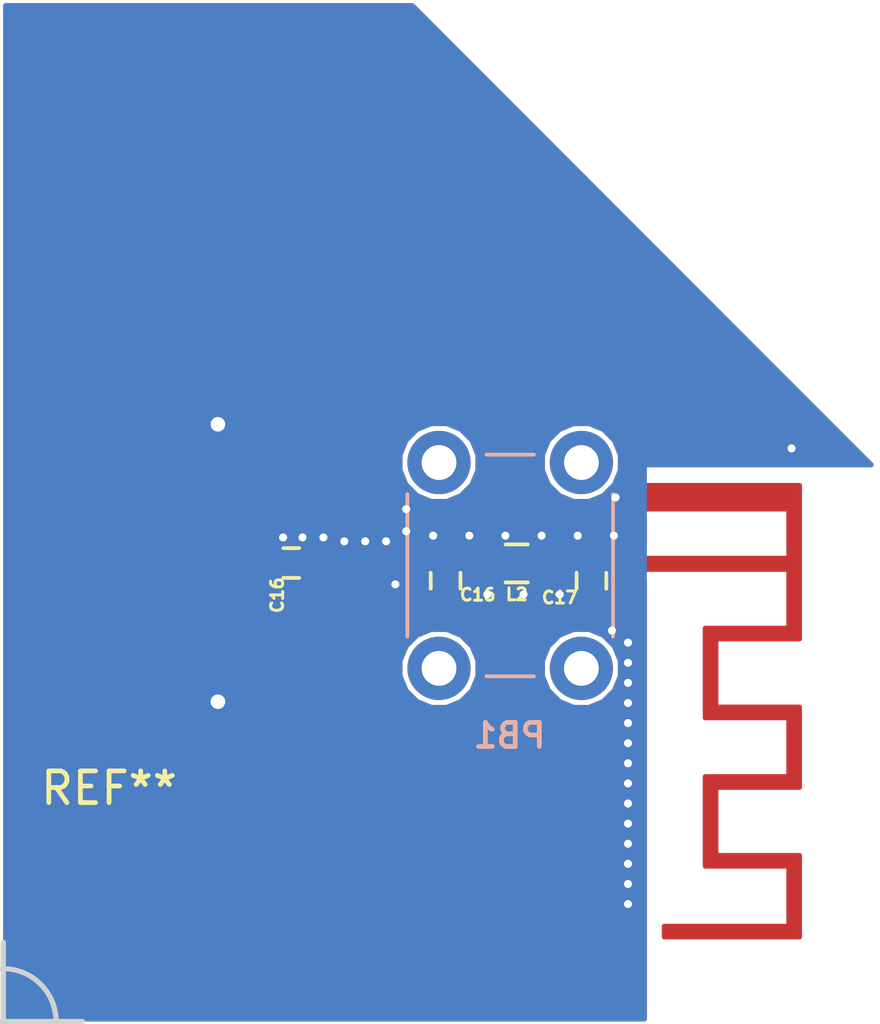
<source format=kicad_pcb>
(kicad_pcb (version 4) (host pcbnew 4.0.5)

  (general
    (links 51)
    (no_connects 0)
    (area 110.678399 86.234599 159.291157 129.077857)
    (thickness 1.6)
    (drawings 10)
    (tracks 14)
    (zones 0)
    (modules 41)
    (nets 4)
  )

  (page A4)
  (layers
    (0 F.Cu signal hide)
    (31 B.Cu signal)
    (32 B.Adhes user hide)
    (33 F.Adhes user hide)
    (34 B.Paste user hide)
    (35 F.Paste user hide)
    (36 B.SilkS user hide)
    (37 F.SilkS user hide)
    (38 B.Mask user hide)
    (39 F.Mask user hide)
    (40 Dwgs.User user hide)
    (41 Cmts.User user hide)
    (42 Eco1.User user hide)
    (43 Eco2.User user hide)
    (44 Edge.Cuts user hide)
    (45 Margin user)
    (46 B.CrtYd user hide)
    (47 F.CrtYd user hide)
    (48 B.Fab user hide)
    (49 F.Fab user hide)
  )

  (setup
    (last_trace_width 0.254)
    (user_trace_width 0.254)
    (user_trace_width 0.508)
    (user_trace_width 0.5588)
    (user_trace_width 1.016)
    (user_trace_width 1.27)
    (user_trace_width 2.286)
    (trace_clearance 0.1524)
    (zone_clearance 0.1524)
    (zone_45_only yes)
    (trace_min 0.1524)
    (segment_width 0.2)
    (edge_width 0.15)
    (via_size 0.5588)
    (via_drill 0.254)
    (via_min_size 0.254)
    (via_min_drill 0.1016)
    (user_via 0.5588 0.254)
    (user_via 1.016 0.762)
    (uvia_size 0.3)
    (uvia_drill 0.1)
    (uvias_allowed no)
    (uvia_min_size 0.2)
    (uvia_min_drill 0.1)
    (pcb_text_width 0.3)
    (pcb_text_size 1.5 1.5)
    (mod_edge_width 0.15)
    (mod_text_size 1 1)
    (mod_text_width 0.15)
    (pad_size 0.97 0.97)
    (pad_drill 0.46)
    (pad_to_mask_clearance 0.0762)
    (aux_axis_origin 120.0785 118.491)
    (grid_origin 120.0785 118.491)
    (visible_elements 7FFEFF7F)
    (pcbplotparams
      (layerselection 0x02000_80000001)
      (usegerberextensions false)
      (excludeedgelayer true)
      (linewidth 0.100000)
      (plotframeref false)
      (viasonmask false)
      (mode 1)
      (useauxorigin true)
      (hpglpennumber 1)
      (hpglpenspeed 20)
      (hpglpendiameter 15)
      (hpglpenoverlay 2)
      (psnegative false)
      (psa4output false)
      (plotreference true)
      (plotvalue true)
      (plotinvisibletext false)
      (padsonsilk false)
      (subtractmaskfromsilk false)
      (outputformat 1)
      (mirror false)
      (drillshape 0)
      (scaleselection 1)
      (outputdirectory ART/))
  )

  (net 0 "")
  (net 1 GND)
  (net 2 "Net-(BT1-Pad1)")
  (net 3 "Net-(C16-Pad1)")

  (net_class Default "This is the default net class."
    (clearance 0.1524)
    (trace_width 0.254)
    (via_dia 0.5588)
    (via_drill 0.254)
    (uvia_dia 0.3)
    (uvia_drill 0.1)
    (add_net GND)
    (add_net "Net-(BT1-Pad1)")
    (add_net "Net-(C16-Pad1)")
  )

  (module Capacitors_SMD:C_0402 (layer F.Cu) (tedit 598D0D38) (tstamp 598D0C47)
    (at 129.1844 104.013 180)
    (descr "Capacitor SMD 0402, reflow soldering, AVX (see smccp.pdf)")
    (tags "capacitor 0402")
    (path /59069155/590E3E96)
    (attr smd)
    (fp_text reference C16 (at 0.4445 -1.016 270) (layer F.SilkS)
      (effects (font (size 0.381 0.381) (thickness 0.09525)))
    )
    (fp_text value TBD (at 0 1.27 180) (layer F.Fab)
      (effects (font (size 1 1) (thickness 0.15)))
    )
    (fp_text user %R (at 0.0254 0.0127 180) (layer F.Fab)
      (effects (font (size 0.381 0.381) (thickness 0.09525)))
    )
    (fp_line (start -0.5 0.25) (end -0.5 -0.25) (layer F.Fab) (width 0.1))
    (fp_line (start 0.5 0.25) (end -0.5 0.25) (layer F.Fab) (width 0.1))
    (fp_line (start 0.5 -0.25) (end 0.5 0.25) (layer F.Fab) (width 0.1))
    (fp_line (start -0.5 -0.25) (end 0.5 -0.25) (layer F.Fab) (width 0.1))
    (fp_line (start 0.25 -0.47) (end -0.25 -0.47) (layer F.SilkS) (width 0.12))
    (fp_line (start -0.25 0.47) (end 0.25 0.47) (layer F.SilkS) (width 0.12))
    (fp_line (start -1 -0.4) (end 1 -0.4) (layer F.CrtYd) (width 0.05))
    (fp_line (start -1 -0.4) (end -1 0.4) (layer F.CrtYd) (width 0.05))
    (fp_line (start 1 0.4) (end 1 -0.4) (layer F.CrtYd) (width 0.05))
    (fp_line (start 1 0.4) (end -1 0.4) (layer F.CrtYd) (width 0.05))
    (pad 1 smd rect (at -0.55 0 180) (size 0.6 0.5) (layers F.Cu F.Paste F.Mask)
      (net 3 "Net-(C16-Pad1)"))
    (pad 2 smd rect (at 0.55 0 180) (size 0.6 0.5) (layers F.Cu F.Paste F.Mask)
      (net 2 "Net-(BT1-Pad1)"))
    (model Capacitors_SMD.3dshapes/C_0402.wrl
      (at (xyz 0 0 0))
      (scale (xyz 1 1 1))
      (rotate (xyz 0 0 0))
    )
  )

  (module Miscellaneous:Via_Stitch_Dia0.356mm_Drill0.254mm (layer F.Cu) (tedit 58ED5CAC) (tstamp 590F8C84)
    (at 130.8608 103.3272)
    (fp_text reference REF** (at 0 0.889) (layer F.SilkS) hide
      (effects (font (size 1 1) (thickness 0.15)))
    )
    (fp_text value Via_Stitch_Dia0.356mm_Drill0.254mm (at 0 -0.889) (layer F.Fab)
      (effects (font (size 1 1) (thickness 0.15)))
    )
    (pad 1 thru_hole circle (at 0 0) (size 0.356 0.356) (drill 0.254) (layers *.Cu)
      (net 1 GND) (zone_connect 2))
  )

  (module Miscellaneous:Via_Stitch_Dia0.356mm_Drill0.254mm (layer B.Cu) (tedit 58ED5CAC) (tstamp 5903A440)
    (at 131.5212 103.3272)
    (fp_text reference REF** (at 0 -0.889) (layer B.SilkS) hide
      (effects (font (size 1 1) (thickness 0.15)) (justify mirror))
    )
    (fp_text value Via_Stitch_Dia0.356mm_Drill0.254mm (at 0 0.889) (layer B.Fab)
      (effects (font (size 1 1) (thickness 0.15)) (justify mirror))
    )
    (pad 1 thru_hole circle (at 0 0) (size 0.356 0.356) (drill 0.254) (layers *.Cu)
      (net 1 GND) (zone_connect 2))
  )

  (module Miscellaneous:Via_Stitch_Dia0.356mm_Drill0.254mm (layer B.Cu) (tedit 58ED5CAC) (tstamp 5903A439)
    (at 130.2004 103.20528)
    (fp_text reference REF** (at 0 -0.889) (layer B.SilkS) hide
      (effects (font (size 1 1) (thickness 0.15)) (justify mirror))
    )
    (fp_text value Via_Stitch_Dia0.356mm_Drill0.254mm (at 0 0.889) (layer B.Fab)
      (effects (font (size 1 1) (thickness 0.15)) (justify mirror))
    )
    (pad 1 thru_hole circle (at 0 0) (size 0.356 0.356) (drill 0.254) (layers *.Cu)
      (net 1 GND) (zone_connect 2))
  )

  (module Miscellaneous:Via_Stitch_Dia0.356mm_Drill0.254mm (layer B.Cu) (tedit 58ED5CAC) (tstamp 5903A420)
    (at 128.92532 103.20528)
    (fp_text reference REF** (at 0 -0.889) (layer B.SilkS) hide
      (effects (font (size 1 1) (thickness 0.15)) (justify mirror))
    )
    (fp_text value Via_Stitch_Dia0.356mm_Drill0.254mm (at 0 0.889) (layer B.Fab)
      (effects (font (size 1 1) (thickness 0.15)) (justify mirror))
    )
    (pad 1 thru_hole circle (at 0 0) (size 0.356 0.356) (drill 0.254) (layers *.Cu)
      (net 1 GND) (zone_connect 2))
  )

  (module Miscellaneous:Via_Stitch_Dia0.356mm_Drill0.254mm (layer B.Cu) (tedit 58ED5CAC) (tstamp 5903A3B4)
    (at 129.54 103.20528)
    (fp_text reference REF** (at 0 -0.889) (layer B.SilkS) hide
      (effects (font (size 1 1) (thickness 0.15)) (justify mirror))
    )
    (fp_text value Via_Stitch_Dia0.356mm_Drill0.254mm (at 0 0.889) (layer B.Fab)
      (effects (font (size 1 1) (thickness 0.15)) (justify mirror))
    )
    (pad 1 thru_hole circle (at 0 0) (size 0.356 0.356) (drill 0.254) (layers *.Cu)
      (net 1 GND) (zone_connect 2))
  )

  (module Miscellaneous:Via_Stitch_Dia0.356mm_Drill0.254mm (layer B.Cu) (tedit 58ED5CAC) (tstamp 58ED6772)
    (at 132.1816 103.3272)
    (fp_text reference REF** (at 0 -0.889) (layer B.SilkS) hide
      (effects (font (size 1 1) (thickness 0.15)) (justify mirror))
    )
    (fp_text value Via_Stitch_Dia0.356mm_Drill0.254mm (at 0 0.889) (layer B.Fab)
      (effects (font (size 1 1) (thickness 0.15)) (justify mirror))
    )
    (pad 1 thru_hole circle (at 0 0) (size 0.356 0.356) (drill 0.254) (layers *.Cu)
      (net 1 GND) (zone_connect 2))
  )

  (module Miscellaneous:Via_Stitch_Dia0.356mm_Drill0.254mm (layer B.Cu) (tedit 58ED5CAC) (tstamp 596FF677)
    (at 144.9959 100.3935)
    (fp_text reference REF** (at 0 -0.889) (layer B.SilkS) hide
      (effects (font (size 1 1) (thickness 0.15)) (justify mirror))
    )
    (fp_text value Via_Stitch_Dia0.356mm_Drill0.254mm (at 0 0.889) (layer B.Fab)
      (effects (font (size 1 1) (thickness 0.15)) (justify mirror))
    )
    (pad 1 thru_hole circle (at 0 0) (size 0.356 0.356) (drill 0.254) (layers *.Cu)
      (net 1 GND) (zone_connect 2))
  )

  (module Miscellaneous:Via_Stitch_Dia0.356mm_Drill0.254mm (layer B.Cu) (tedit 58ED5CAC) (tstamp 596FF652)
    (at 137.668 105.0036)
    (fp_text reference REF** (at 0 -0.889) (layer B.SilkS) hide
      (effects (font (size 1 1) (thickness 0.15)) (justify mirror))
    )
    (fp_text value Via_Stitch_Dia0.356mm_Drill0.254mm (at 0 0.889) (layer B.Fab)
      (effects (font (size 1 1) (thickness 0.15)) (justify mirror))
    )
    (pad 1 thru_hole circle (at 0 0) (size 0.356 0.356) (drill 0.254) (layers *.Cu)
      (net 1 GND) (zone_connect 2))
  )

  (module Miscellaneous:Via_Stitch_Dia0.356mm_Drill0.254mm (layer B.Cu) (tedit 58ED5CAC) (tstamp 596FF643)
    (at 136.525 105.0036)
    (fp_text reference REF** (at 0 -0.889) (layer B.SilkS) hide
      (effects (font (size 1 1) (thickness 0.15)) (justify mirror))
    )
    (fp_text value Via_Stitch_Dia0.356mm_Drill0.254mm (at 0 0.889) (layer B.Fab)
      (effects (font (size 1 1) (thickness 0.15)) (justify mirror))
    )
    (pad 1 thru_hole circle (at 0 0) (size 0.356 0.356) (drill 0.254) (layers *.Cu)
      (net 1 GND) (zone_connect 2))
  )

  (module Miscellaneous:Via_Stitch_Dia0.356mm_Drill0.254mm (layer B.Cu) (tedit 58ED5CAC) (tstamp 596FF62F)
    (at 135.382 105.0036)
    (fp_text reference REF** (at 0 -0.889) (layer B.SilkS) hide
      (effects (font (size 1 1) (thickness 0.15)) (justify mirror))
    )
    (fp_text value Via_Stitch_Dia0.356mm_Drill0.254mm (at 0 0.889) (layer B.Fab)
      (effects (font (size 1 1) (thickness 0.15)) (justify mirror))
    )
    (pad 1 thru_hole circle (at 0 0) (size 0.356 0.356) (drill 0.254) (layers *.Cu)
      (net 1 GND) (zone_connect 2))
  )

  (module Miscellaneous:Via_Stitch_Dia0.356mm_Drill0.254mm (layer B.Cu) (tedit 58ED5CAC) (tstamp 596FEEE4)
    (at 138.2395 103.1494)
    (fp_text reference REF** (at 0 -0.889) (layer B.SilkS) hide
      (effects (font (size 1 1) (thickness 0.15)) (justify mirror))
    )
    (fp_text value Via_Stitch_Dia0.356mm_Drill0.254mm (at 0 0.889) (layer B.Fab)
      (effects (font (size 1 1) (thickness 0.15)) (justify mirror))
    )
    (pad 1 thru_hole circle (at 0 0) (size 0.356 0.356) (drill 0.254) (layers *.Cu)
      (net 1 GND) (zone_connect 2))
  )

  (module Miscellaneous:Via_Stitch_Dia0.356mm_Drill0.254mm (layer B.Cu) (tedit 58ED5CAC) (tstamp 596FEEA0)
    (at 139.4333 101.9429)
    (fp_text reference REF** (at 0 -0.889) (layer B.SilkS) hide
      (effects (font (size 1 1) (thickness 0.15)) (justify mirror))
    )
    (fp_text value Via_Stitch_Dia0.356mm_Drill0.254mm (at 0 0.889) (layer B.Fab)
      (effects (font (size 1 1) (thickness 0.15)) (justify mirror))
    )
    (pad 1 thru_hole circle (at 0 0) (size 0.356 0.356) (drill 0.254) (layers *.Cu)
      (net 1 GND) (zone_connect 2))
  )

  (module Miscellaneous:Via_Stitch_Dia0.356mm_Drill0.254mm (layer B.Cu) (tedit 58ED5CAC) (tstamp 590F8A88)
    (at 139.827 112.8776 90)
    (fp_text reference REF** (at 0 -0.889 90) (layer B.SilkS) hide
      (effects (font (size 1 1) (thickness 0.15)) (justify mirror))
    )
    (fp_text value Via_Stitch_Dia0.356mm_Drill0.254mm (at 0 0.889 90) (layer B.Fab)
      (effects (font (size 1 1) (thickness 0.15)) (justify mirror))
    )
    (pad 1 thru_hole circle (at 0 0 90) (size 0.356 0.356) (drill 0.254) (layers *.Cu)
      (net 1 GND) (zone_connect 2))
  )

  (module Miscellaneous:Via_Stitch_Dia0.356mm_Drill0.254mm (layer B.Cu) (tedit 58ED5CAC) (tstamp 590F8A84)
    (at 139.827 110.3376 90)
    (fp_text reference REF** (at 0 -0.889 90) (layer B.SilkS) hide
      (effects (font (size 1 1) (thickness 0.15)) (justify mirror))
    )
    (fp_text value Via_Stitch_Dia0.356mm_Drill0.254mm (at 0 0.889 90) (layer B.Fab)
      (effects (font (size 1 1) (thickness 0.15)) (justify mirror))
    )
    (pad 1 thru_hole circle (at 0 0 90) (size 0.356 0.356) (drill 0.254) (layers *.Cu)
      (net 1 GND) (zone_connect 2))
  )

  (module Miscellaneous:Via_Stitch_Dia0.356mm_Drill0.254mm (layer B.Cu) (tedit 58ED5CAC) (tstamp 590F8A80)
    (at 139.827 107.1626 90)
    (fp_text reference REF** (at 0 -0.889 90) (layer B.SilkS) hide
      (effects (font (size 1 1) (thickness 0.15)) (justify mirror))
    )
    (fp_text value Via_Stitch_Dia0.356mm_Drill0.254mm (at 0 0.889 90) (layer B.Fab)
      (effects (font (size 1 1) (thickness 0.15)) (justify mirror))
    )
    (pad 1 thru_hole circle (at 0 0 90) (size 0.356 0.356) (drill 0.254) (layers *.Cu)
      (net 1 GND) (zone_connect 2))
  )

  (module Miscellaneous:Via_Stitch_Dia0.356mm_Drill0.254mm (layer B.Cu) (tedit 58ED5CAC) (tstamp 590F8A7C)
    (at 139.827 106.5276 90)
    (fp_text reference REF** (at 0 -0.889 90) (layer B.SilkS) hide
      (effects (font (size 1 1) (thickness 0.15)) (justify mirror))
    )
    (fp_text value Via_Stitch_Dia0.356mm_Drill0.254mm (at 0 0.889 90) (layer B.Fab)
      (effects (font (size 1 1) (thickness 0.15)) (justify mirror))
    )
    (pad 1 thru_hole circle (at 0 0 90) (size 0.356 0.356) (drill 0.254) (layers *.Cu)
      (net 1 GND) (zone_connect 2))
  )

  (module Miscellaneous:Via_Stitch_Dia0.356mm_Drill0.254mm (layer B.Cu) (tedit 58ED5CAC) (tstamp 590F8A78)
    (at 139.827 109.7026 90)
    (fp_text reference REF** (at 0 -0.889 90) (layer B.SilkS) hide
      (effects (font (size 1 1) (thickness 0.15)) (justify mirror))
    )
    (fp_text value Via_Stitch_Dia0.356mm_Drill0.254mm (at 0 0.889 90) (layer B.Fab)
      (effects (font (size 1 1) (thickness 0.15)) (justify mirror))
    )
    (pad 1 thru_hole circle (at 0 0 90) (size 0.356 0.356) (drill 0.254) (layers *.Cu)
      (net 1 GND) (zone_connect 2))
  )

  (module Miscellaneous:Via_Stitch_Dia0.356mm_Drill0.254mm (layer B.Cu) (tedit 58ED5CAC) (tstamp 590F8A74)
    (at 139.827 111.6076 90)
    (fp_text reference REF** (at 0 -0.889 90) (layer B.SilkS) hide
      (effects (font (size 1 1) (thickness 0.15)) (justify mirror))
    )
    (fp_text value Via_Stitch_Dia0.356mm_Drill0.254mm (at 0 0.889 90) (layer B.Fab)
      (effects (font (size 1 1) (thickness 0.15)) (justify mirror))
    )
    (pad 1 thru_hole circle (at 0 0 90) (size 0.356 0.356) (drill 0.254) (layers *.Cu)
      (net 1 GND) (zone_connect 2))
  )

  (module Miscellaneous:Via_Stitch_Dia0.356mm_Drill0.254mm (layer B.Cu) (tedit 58ED5CAC) (tstamp 590F8A70)
    (at 139.827 112.2426 90)
    (fp_text reference REF** (at 0 -0.889 90) (layer B.SilkS) hide
      (effects (font (size 1 1) (thickness 0.15)) (justify mirror))
    )
    (fp_text value Via_Stitch_Dia0.356mm_Drill0.254mm (at 0 0.889 90) (layer B.Fab)
      (effects (font (size 1 1) (thickness 0.15)) (justify mirror))
    )
    (pad 1 thru_hole circle (at 0 0 90) (size 0.356 0.356) (drill 0.254) (layers *.Cu)
      (net 1 GND) (zone_connect 2))
  )

  (module Miscellaneous:Via_Stitch_Dia0.356mm_Drill0.254mm (layer B.Cu) (tedit 58ED5CAC) (tstamp 590F8A6C)
    (at 139.827 109.0676 90)
    (fp_text reference REF** (at 0 -0.889 90) (layer B.SilkS) hide
      (effects (font (size 1 1) (thickness 0.15)) (justify mirror))
    )
    (fp_text value Via_Stitch_Dia0.356mm_Drill0.254mm (at 0 0.889 90) (layer B.Fab)
      (effects (font (size 1 1) (thickness 0.15)) (justify mirror))
    )
    (pad 1 thru_hole circle (at 0 0 90) (size 0.356 0.356) (drill 0.254) (layers *.Cu)
      (net 1 GND) (zone_connect 2))
  )

  (module Miscellaneous:Via_Stitch_Dia0.356mm_Drill0.254mm (layer B.Cu) (tedit 58ED5CAC) (tstamp 590F8A64)
    (at 139.827 107.7976 90)
    (fp_text reference REF** (at 0 -0.889 90) (layer B.SilkS) hide
      (effects (font (size 1 1) (thickness 0.15)) (justify mirror))
    )
    (fp_text value Via_Stitch_Dia0.356mm_Drill0.254mm (at 0 0.889 90) (layer B.Fab)
      (effects (font (size 1 1) (thickness 0.15)) (justify mirror))
    )
    (pad 1 thru_hole circle (at 0 0 90) (size 0.356 0.356) (drill 0.254) (layers *.Cu)
      (net 1 GND) (zone_connect 2))
  )

  (module Miscellaneous:Via_Stitch_Dia0.356mm_Drill0.254mm (layer B.Cu) (tedit 58ED5CAC) (tstamp 590F8A60)
    (at 139.827 108.4326 90)
    (fp_text reference REF** (at 0 -0.889 90) (layer B.SilkS) hide
      (effects (font (size 1 1) (thickness 0.15)) (justify mirror))
    )
    (fp_text value Via_Stitch_Dia0.356mm_Drill0.254mm (at 0 0.889 90) (layer B.Fab)
      (effects (font (size 1 1) (thickness 0.15)) (justify mirror))
    )
    (pad 1 thru_hole circle (at 0 0 90) (size 0.356 0.356) (drill 0.254) (layers *.Cu)
      (net 1 GND) (zone_connect 2))
  )

  (module Miscellaneous:Via_Stitch_Dia0.356mm_Drill0.254mm (layer B.Cu) (tedit 58ED5CAC) (tstamp 590F8A5C)
    (at 139.827 110.9726 90)
    (fp_text reference REF** (at 0 -0.889 90) (layer B.SilkS) hide
      (effects (font (size 1 1) (thickness 0.15)) (justify mirror))
    )
    (fp_text value Via_Stitch_Dia0.356mm_Drill0.254mm (at 0 0.889 90) (layer B.Fab)
      (effects (font (size 1 1) (thickness 0.15)) (justify mirror))
    )
    (pad 1 thru_hole circle (at 0 0 90) (size 0.356 0.356) (drill 0.254) (layers *.Cu)
      (net 1 GND) (zone_connect 2))
  )

  (module Miscellaneous:Via_Stitch_Dia0.356mm_Drill0.254mm (layer B.Cu) (tedit 58ED5CAC) (tstamp 590F8A54)
    (at 139.827 114.1476 90)
    (fp_text reference REF** (at 0 -0.889 90) (layer B.SilkS) hide
      (effects (font (size 1 1) (thickness 0.15)) (justify mirror))
    )
    (fp_text value Via_Stitch_Dia0.356mm_Drill0.254mm (at 0 0.889 90) (layer B.Fab)
      (effects (font (size 1 1) (thickness 0.15)) (justify mirror))
    )
    (pad 1 thru_hole circle (at 0 0 90) (size 0.356 0.356) (drill 0.254) (layers *.Cu)
      (net 1 GND) (zone_connect 2))
  )

  (module Miscellaneous:Via_Stitch_Dia0.356mm_Drill0.254mm (layer B.Cu) (tedit 58ED5CAC) (tstamp 590F8A4C)
    (at 139.827 113.5126 90)
    (fp_text reference REF** (at 0 -0.889 90) (layer B.SilkS) hide
      (effects (font (size 1 1) (thickness 0.15)) (justify mirror))
    )
    (fp_text value Via_Stitch_Dia0.356mm_Drill0.254mm (at 0 0.889 90) (layer B.Fab)
      (effects (font (size 1 1) (thickness 0.15)) (justify mirror))
    )
    (pad 1 thru_hole circle (at 0 0 90) (size 0.356 0.356) (drill 0.254) (layers *.Cu)
      (net 1 GND) (zone_connect 2))
  )

  (module Miscellaneous:Via_Stitch_Dia0.356mm_Drill0.254mm (layer B.Cu) (tedit 58ED5CAC) (tstamp 590F8A24)
    (at 139.827 114.7826 90)
    (fp_text reference REF** (at 0 -0.889 90) (layer B.SilkS) hide
      (effects (font (size 1 1) (thickness 0.15)) (justify mirror))
    )
    (fp_text value Via_Stitch_Dia0.356mm_Drill0.254mm (at 0 0.889 90) (layer B.Fab)
      (effects (font (size 1 1) (thickness 0.15)) (justify mirror))
    )
    (pad 1 thru_hole circle (at 0 0 90) (size 0.356 0.356) (drill 0.254) (layers *.Cu)
      (net 1 GND) (zone_connect 2))
  )

  (module Miscellaneous:Via_Stitch_Dia0.356mm_Drill0.254mm (layer B.Cu) (tedit 58ED5CAC) (tstamp 590F8A14)
    (at 132.4737 104.6861 90)
    (fp_text reference REF** (at 0 -0.889 90) (layer B.SilkS) hide
      (effects (font (size 1 1) (thickness 0.15)) (justify mirror))
    )
    (fp_text value Via_Stitch_Dia0.356mm_Drill0.254mm (at 0 0.889 90) (layer B.Fab)
      (effects (font (size 1 1) (thickness 0.15)) (justify mirror))
    )
    (pad 1 thru_hole circle (at 0 0 90) (size 0.356 0.356) (drill 0.254) (layers *.Cu)
      (net 1 GND) (zone_connect 2))
  )

  (module Miscellaneous:Via_Stitch_Dia0.356mm_Drill0.254mm (layer B.Cu) (tedit 58ED5CAC) (tstamp 5903A6F6)
    (at 139.319 106.1466)
    (fp_text reference REF** (at 0 -0.889) (layer B.SilkS) hide
      (effects (font (size 1 1) (thickness 0.15)) (justify mirror))
    )
    (fp_text value Via_Stitch_Dia0.356mm_Drill0.254mm (at 0 0.889) (layer B.Fab)
      (effects (font (size 1 1) (thickness 0.15)) (justify mirror))
    )
    (pad 1 thru_hole circle (at 0 0) (size 0.356 0.356) (drill 0.254) (layers *.Cu)
      (net 1 GND) (zone_connect 2))
  )

  (module Miscellaneous:Via_Stitch_Dia0.356mm_Drill0.254mm (layer B.Cu) (tedit 58ED5CAC) (tstamp 5903A6C5)
    (at 132.8166 102.3112)
    (fp_text reference REF** (at 0 -0.889) (layer B.SilkS) hide
      (effects (font (size 1 1) (thickness 0.15)) (justify mirror))
    )
    (fp_text value Via_Stitch_Dia0.356mm_Drill0.254mm (at 0 0.889) (layer B.Fab)
      (effects (font (size 1 1) (thickness 0.15)) (justify mirror))
    )
    (pad 1 thru_hole circle (at 0 0) (size 0.356 0.356) (drill 0.254) (layers *.Cu)
      (net 1 GND) (zone_connect 2))
  )

  (module Miscellaneous:Via_Stitch_Dia0.356mm_Drill0.254mm (layer B.Cu) (tedit 58ED5CAC) (tstamp 5903A6A8)
    (at 137.0965 103.1494)
    (fp_text reference REF** (at 0 -0.889) (layer B.SilkS) hide
      (effects (font (size 1 1) (thickness 0.15)) (justify mirror))
    )
    (fp_text value Via_Stitch_Dia0.356mm_Drill0.254mm (at 0 0.889) (layer B.Fab)
      (effects (font (size 1 1) (thickness 0.15)) (justify mirror))
    )
    (pad 1 thru_hole circle (at 0 0) (size 0.356 0.356) (drill 0.254) (layers *.Cu)
      (net 1 GND) (zone_connect 2))
  )

  (module Miscellaneous:Via_Stitch_Dia0.356mm_Drill0.254mm (layer B.Cu) (tedit 58ED5CAC) (tstamp 5903A450)
    (at 139.3825 103.1494)
    (fp_text reference REF** (at 0 -0.889) (layer B.SilkS) hide
      (effects (font (size 1 1) (thickness 0.15)) (justify mirror))
    )
    (fp_text value Via_Stitch_Dia0.356mm_Drill0.254mm (at 0 0.889) (layer B.Fab)
      (effects (font (size 1 1) (thickness 0.15)) (justify mirror))
    )
    (pad 1 thru_hole circle (at 0 0) (size 0.356 0.356) (drill 0.254) (layers *.Cu)
      (net 1 GND) (zone_connect 2))
  )

  (module Miscellaneous:Via_Stitch_Dia0.356mm_Drill0.254mm (layer F.Cu) (tedit 58ED5CAC) (tstamp 58EEA19E)
    (at 134.8105 103.1494)
    (fp_text reference REF** (at 0 0.889) (layer F.SilkS) hide
      (effects (font (size 1 1) (thickness 0.15)))
    )
    (fp_text value Via_Stitch_Dia0.356mm_Drill0.254mm (at 0 -0.889) (layer F.Fab)
      (effects (font (size 1 1) (thickness 0.15)))
    )
    (pad 1 thru_hole circle (at 0 0) (size 0.356 0.356) (drill 0.254) (layers *.Cu)
      (net 1 GND) (zone_connect 2))
  )

  (module Miscellaneous:Via_Stitch_Dia0.356mm_Drill0.254mm (layer B.Cu) (tedit 58ED5CAC) (tstamp 58ED678C)
    (at 133.6675 103.1494)
    (fp_text reference REF** (at 0 -0.889) (layer B.SilkS) hide
      (effects (font (size 1 1) (thickness 0.15)) (justify mirror))
    )
    (fp_text value Via_Stitch_Dia0.356mm_Drill0.254mm (at 0 0.889) (layer B.Fab)
      (effects (font (size 1 1) (thickness 0.15)) (justify mirror))
    )
    (pad 1 thru_hole circle (at 0 0) (size 0.356 0.356) (drill 0.254) (layers *.Cu)
      (net 1 GND) (zone_connect 2))
  )

  (module Miscellaneous:Via_Stitch_Dia0.356mm_Drill0.254mm (layer B.Cu) (tedit 58ED5CAC) (tstamp 58ED6767)
    (at 132.8166 103.0097)
    (fp_text reference REF** (at 0 -0.889) (layer B.SilkS) hide
      (effects (font (size 1 1) (thickness 0.15)) (justify mirror))
    )
    (fp_text value Via_Stitch_Dia0.356mm_Drill0.254mm (at 0 0.889) (layer B.Fab)
      (effects (font (size 1 1) (thickness 0.15)) (justify mirror))
    )
    (pad 1 thru_hole circle (at 0 0) (size 0.356 0.356) (drill 0.254) (layers *.Cu)
      (net 1 GND) (zone_connect 2))
  )

  (module Miscellaneous:Via_Stitch_Dia0.356mm_Drill0.254mm (layer B.Cu) (tedit 58ED5CAC) (tstamp 58ED66BE)
    (at 135.9535 103.1494)
    (fp_text reference REF** (at 0 -0.889) (layer B.SilkS) hide
      (effects (font (size 1 1) (thickness 0.15)) (justify mirror))
    )
    (fp_text value Via_Stitch_Dia0.356mm_Drill0.254mm (at 0 0.889) (layer B.Fab)
      (effects (font (size 1 1) (thickness 0.15)) (justify mirror))
    )
    (pad 1 thru_hole circle (at 0 0) (size 0.356 0.356) (drill 0.254) (layers *.Cu)
      (net 1 GND) (zone_connect 2))
  )

  (module Capacitors_SMD:C_0402 (layer F.Cu) (tedit 59307BD6) (tstamp 59273895)
    (at 134.0612 104.5718 270)
    (descr "Capacitor SMD 0402, reflow soldering, AVX (see smccp.pdf)")
    (tags "capacitor 0402")
    (path /59069155/590E3E96)
    (attr smd)
    (fp_text reference C16 (at 0.4445 -1.016 360) (layer F.SilkS)
      (effects (font (size 0.381 0.381) (thickness 0.09525)))
    )
    (fp_text value TBD (at 0 1.27 270) (layer F.Fab)
      (effects (font (size 1 1) (thickness 0.15)))
    )
    (fp_text user %R (at 0.0254 0.0127 270) (layer F.Fab)
      (effects (font (size 0.381 0.381) (thickness 0.09525)))
    )
    (fp_line (start -0.5 0.25) (end -0.5 -0.25) (layer F.Fab) (width 0.1))
    (fp_line (start 0.5 0.25) (end -0.5 0.25) (layer F.Fab) (width 0.1))
    (fp_line (start 0.5 -0.25) (end 0.5 0.25) (layer F.Fab) (width 0.1))
    (fp_line (start -0.5 -0.25) (end 0.5 -0.25) (layer F.Fab) (width 0.1))
    (fp_line (start 0.25 -0.47) (end -0.25 -0.47) (layer F.SilkS) (width 0.12))
    (fp_line (start -0.25 0.47) (end 0.25 0.47) (layer F.SilkS) (width 0.12))
    (fp_line (start -1 -0.4) (end 1 -0.4) (layer F.CrtYd) (width 0.05))
    (fp_line (start -1 -0.4) (end -1 0.4) (layer F.CrtYd) (width 0.05))
    (fp_line (start 1 0.4) (end 1 -0.4) (layer F.CrtYd) (width 0.05))
    (fp_line (start 1 0.4) (end -1 0.4) (layer F.CrtYd) (width 0.05))
    (pad 1 smd rect (at -0.55 0 270) (size 0.6 0.5) (layers F.Cu F.Paste F.Mask)
      (net 3 "Net-(C16-Pad1)"))
    (pad 2 smd rect (at 0.55 0 270) (size 0.6 0.5) (layers F.Cu F.Paste F.Mask)
      (net 1 GND))
    (model Capacitors_SMD.3dshapes/C_0402.wrl
      (at (xyz 0 0 0))
      (scale (xyz 1 1 1))
      (rotate (xyz 0 0 0))
    )
  )

  (module Capacitors_SMD:C_0402 (layer F.Cu) (tedit 59351E4F) (tstamp 592738A6)
    (at 138.6713 104.5718 270)
    (descr "Capacitor SMD 0402, reflow soldering, AVX (see smccp.pdf)")
    (tags "capacitor 0402")
    (path /59069155/590E3EE4)
    (attr smd)
    (fp_text reference C17 (at 0.5334 1.0033 540) (layer F.SilkS)
      (effects (font (size 0.381 0.381) (thickness 0.09525)))
    )
    (fp_text value TBD (at 0 1.27 270) (layer F.Fab)
      (effects (font (size 1 1) (thickness 0.15)))
    )
    (fp_text user %R (at 0 0.0127 270) (layer F.Fab)
      (effects (font (size 0.381 0.381) (thickness 0.09525)))
    )
    (fp_line (start -0.5 0.25) (end -0.5 -0.25) (layer F.Fab) (width 0.1))
    (fp_line (start 0.5 0.25) (end -0.5 0.25) (layer F.Fab) (width 0.1))
    (fp_line (start 0.5 -0.25) (end 0.5 0.25) (layer F.Fab) (width 0.1))
    (fp_line (start -0.5 -0.25) (end 0.5 -0.25) (layer F.Fab) (width 0.1))
    (fp_line (start 0.25 -0.47) (end -0.25 -0.47) (layer F.SilkS) (width 0.12))
    (fp_line (start -0.25 0.47) (end 0.25 0.47) (layer F.SilkS) (width 0.12))
    (fp_line (start -1 -0.4) (end 1 -0.4) (layer F.CrtYd) (width 0.05))
    (fp_line (start -1 -0.4) (end -1 0.4) (layer F.CrtYd) (width 0.05))
    (fp_line (start 1 0.4) (end 1 -0.4) (layer F.CrtYd) (width 0.05))
    (fp_line (start 1 0.4) (end -1 0.4) (layer F.CrtYd) (width 0.05))
    (pad 1 smd rect (at -0.55 0 270) (size 0.6 0.5) (layers F.Cu F.Paste F.Mask)
      (net 1 GND) (zone_connect 2))
    (pad 2 smd rect (at 0.55 0 270) (size 0.6 0.5) (layers F.Cu F.Paste F.Mask)
      (net 1 GND))
    (model Capacitors_SMD.3dshapes/C_0402.wrl
      (at (xyz 0 0 0))
      (scale (xyz 1 1 1))
      (rotate (xyz 0 0 0))
    )
  )

  (module Capacitors_SMD:C_0603_HandSoldering (layer F.Cu) (tedit 59351E2C) (tstamp 59273FEF)
    (at 136.3091 104.0257)
    (descr "Capacitor SMD 0603, hand soldering")
    (tags "capacitor 0603")
    (path /59069155/592770C3)
    (attr smd)
    (fp_text reference L2 (at 0 0.9779) (layer F.SilkS)
      (effects (font (size 0.381 0.381) (thickness 0.09525)))
    )
    (fp_text value TBD (at 0 1.5) (layer F.Fab)
      (effects (font (size 1 1) (thickness 0.15)))
    )
    (fp_text user %R (at 0 0) (layer F.Fab)
      (effects (font (size 0.381 0.381) (thickness 0.09525)))
    )
    (fp_line (start -0.8 0.4) (end -0.8 -0.4) (layer F.Fab) (width 0.1))
    (fp_line (start 0.8 0.4) (end -0.8 0.4) (layer F.Fab) (width 0.1))
    (fp_line (start 0.8 -0.4) (end 0.8 0.4) (layer F.Fab) (width 0.1))
    (fp_line (start -0.8 -0.4) (end 0.8 -0.4) (layer F.Fab) (width 0.1))
    (fp_line (start -0.35 -0.6) (end 0.35 -0.6) (layer F.SilkS) (width 0.12))
    (fp_line (start 0.35 0.6) (end -0.35 0.6) (layer F.SilkS) (width 0.12))
    (fp_line (start -1.8 -0.65) (end 1.8 -0.65) (layer F.CrtYd) (width 0.05))
    (fp_line (start -1.8 -0.65) (end -1.8 0.65) (layer F.CrtYd) (width 0.05))
    (fp_line (start 1.8 0.65) (end 1.8 -0.65) (layer F.CrtYd) (width 0.05))
    (fp_line (start 1.8 0.65) (end -1.8 0.65) (layer F.CrtYd) (width 0.05))
    (pad 1 smd rect (at -0.95 0) (size 1.2 0.75) (layers F.Cu F.Paste F.Mask)
      (net 3 "Net-(C16-Pad1)"))
    (pad 2 smd rect (at 0.95 0) (size 1.2 0.75) (layers F.Cu F.Paste F.Mask)
      (net 1 GND) (zone_connect 2))
    (model Capacitors_SMD.3dshapes/C_0603.wrl
      (at (xyz 0 0 0))
      (scale (xyz 1 1 1))
      (rotate (xyz 0 0 0))
    )
  )

  (module Buttons_Switches_THT:SW_PUSH_6mm (layer B.Cu) (tedit 598D0D88) (tstamp 596EF58C)
    (at 138.3538 107.3404 90)
    (descr https://www.omron.com/ecb/products/pdf/en-b3f.pdf)
    (tags "tact sw push 6mm")
    (path /590CC81F/592303EC)
    (fp_text reference PB1 (at -2.1209 -2.2733 360) (layer B.SilkS)
      (effects (font (size 0.762 0.762) (thickness 0.15)) (justify mirror))
    )
    (fp_text value pb_v2 (at 3.75 -6.7 90) (layer B.Fab)
      (effects (font (size 1 1) (thickness 0.15)) (justify mirror))
    )
    (fp_text user %R (at 3.25 -2.25 90) (layer B.Fab)
      (effects (font (size 1 1) (thickness 0.15)) (justify mirror))
    )
    (fp_line (start 3.25 0.75) (end 6.25 0.75) (layer B.Fab) (width 0.1))
    (fp_line (start 6.25 0.75) (end 6.25 -5.25) (layer B.Fab) (width 0.1))
    (fp_line (start 6.25 -5.25) (end 0.25 -5.25) (layer B.Fab) (width 0.1))
    (fp_line (start 0.25 -5.25) (end 0.25 0.75) (layer B.Fab) (width 0.1))
    (fp_line (start 0.25 0.75) (end 3.25 0.75) (layer B.Fab) (width 0.1))
    (fp_line (start 7.75 -6) (end 8 -6) (layer B.CrtYd) (width 0.05))
    (fp_line (start 8 -6) (end 8 -5.75) (layer B.CrtYd) (width 0.05))
    (fp_line (start 7.75 1.5) (end 8 1.5) (layer B.CrtYd) (width 0.05))
    (fp_line (start 8 1.5) (end 8 1.25) (layer B.CrtYd) (width 0.05))
    (fp_line (start -1.5 1.25) (end -1.5 1.5) (layer B.CrtYd) (width 0.05))
    (fp_line (start -1.5 1.5) (end -1.25 1.5) (layer B.CrtYd) (width 0.05))
    (fp_line (start -1.5 -5.75) (end -1.5 -6) (layer B.CrtYd) (width 0.05))
    (fp_line (start -1.5 -6) (end -1.25 -6) (layer B.CrtYd) (width 0.05))
    (fp_line (start -1.25 1.5) (end 7.75 1.5) (layer B.CrtYd) (width 0.05))
    (fp_line (start -1.5 -5.75) (end -1.5 1.25) (layer B.CrtYd) (width 0.05))
    (fp_line (start 7.75 -6) (end -1.25 -6) (layer B.CrtYd) (width 0.05))
    (fp_line (start 8 1.25) (end 8 -5.75) (layer B.CrtYd) (width 0.05))
    (fp_line (start 1 -5.5) (end 5.5 -5.5) (layer B.SilkS) (width 0.12))
    (fp_line (start -0.25 -1.5) (end -0.25 -3) (layer B.SilkS) (width 0.12))
    (fp_line (start 5.5 1) (end 1 1) (layer B.SilkS) (width 0.12))
    (fp_line (start 6.75 -3) (end 6.75 -1.5) (layer B.SilkS) (width 0.12))
    (fp_circle (center 3.25 -2.25) (end 1.25 -2.5) (layer B.Fab) (width 0.1))
    (pad 2 thru_hole circle (at 0 -4.5) (size 2 2) (drill 1.1) (layers *.Cu *.Mask))
    (pad 1 thru_hole circle (at 0 0) (size 2 2) (drill 1.1) (layers *.Cu *.Mask))
    (pad 2 thru_hole circle (at 6.5 -4.5) (size 2 2) (drill 1.1) (layers *.Cu *.Mask))
    (pad 1 thru_hole circle (at 6.5 0) (size 2 2) (drill 1.1) (layers *.Cu *.Mask))
    (model ${KISYS3DMOD}/Buttons_Switches_THT.3dshapes/SW_PUSH_6mm.wrl
      (at (xyz 0.005 0 0))
      (scale (xyz 0.3937 0.3937 0.3937))
      (rotate (xyz 0 0 0))
    )
  )

  (module Miscellaneous:Molex_SMA_Jack_Edge_Mount (layer F.Cu) (tedit 598D0DE6) (tstamp 598D0DBF)
    (at 125.1458 104.013)
    (descr "Molex SMA Jack, Edge Mount, http://www.molex.com/pdm_docs/sd/732511150_sd.pdf")
    (tags "sma edge")
    (attr smd)
    (fp_text reference REF** (at -1.72 7.11) (layer F.SilkS)
      (effects (font (size 1 1) (thickness 0.15)))
    )
    (fp_text value Molex_SMA_Jack_Edge_Mount (at -1.72 -7.11) (layer F.Fab)
      (effects (font (size 1 1) (thickness 0.15)))
    )
    (fp_line (start -4.76 -0.38) (end 0.49 -0.38) (layer F.Fab) (width 0.1))
    (fp_line (start -4.76 0.38) (end 0.49 0.38) (layer F.Fab) (width 0.1))
    (fp_line (start 0.49 -0.38) (end 0.49 0.38) (layer F.Fab) (width 0.1))
    (fp_line (start 0.49 3.75) (end 0.49 4.76) (layer F.Fab) (width 0.1))
    (fp_line (start 0.49 -4.76) (end 0.49 -3.75) (layer F.Fab) (width 0.1))
    (fp_line (start -14.29 -6.09) (end -14.29 6.09) (layer F.CrtYd) (width 0.05))
    (fp_line (start -14.29 6.09) (end 2.71 6.09) (layer F.CrtYd) (width 0.05))
    (fp_line (start 2.71 -6.09) (end 2.71 6.09) (layer B.CrtYd) (width 0.05))
    (fp_line (start -14.29 -6.09) (end 2.71 -6.09) (layer B.CrtYd) (width 0.05))
    (fp_line (start -14.29 -6.09) (end -14.29 6.09) (layer B.CrtYd) (width 0.05))
    (fp_line (start -14.29 6.09) (end 2.71 6.09) (layer B.CrtYd) (width 0.05))
    (fp_line (start 2.71 -6.09) (end 2.71 6.09) (layer F.CrtYd) (width 0.05))
    (fp_line (start 2.71 -6.09) (end -14.29 -6.09) (layer F.CrtYd) (width 0.05))
    (fp_line (start -4.76 -3.75) (end 0.49 -3.75) (layer F.Fab) (width 0.1))
    (fp_line (start -4.76 3.75) (end 0.49 3.75) (layer F.Fab) (width 0.1))
    (fp_line (start -13.79 -2.65) (end -5.91 -2.65) (layer F.Fab) (width 0.1))
    (fp_line (start -13.79 -2.65) (end -13.79 2.65) (layer F.Fab) (width 0.1))
    (fp_line (start -13.79 2.65) (end -5.91 2.65) (layer F.Fab) (width 0.1))
    (fp_line (start -4.76 -3.75) (end -4.76 3.75) (layer F.Fab) (width 0.1))
    (fp_line (start 0.49 -4.76) (end -5.91 -4.76) (layer F.Fab) (width 0.1))
    (fp_line (start -5.91 -4.76) (end -5.91 4.76) (layer F.Fab) (width 0.1))
    (fp_line (start -5.91 4.76) (end 0.49 4.76) (layer F.Fab) (width 0.1))
    (pad 1 smd rect (at -1.72 0) (size 5.08 2.29) (layers F.Cu F.Paste F.Mask)
      (net 2 "Net-(BT1-Pad1)"))
    (pad 2 smd rect (at -1.72 -4.38) (size 5.08 2.42) (layers F.Cu F.Paste F.Mask)
      (net 1 GND))
    (pad 2 smd rect (at -1.72 4.38) (size 5.08 2.42) (layers F.Cu F.Paste F.Mask)
      (net 1 GND))
    (pad 2 smd rect (at -1.72 -4.38) (size 5.08 2.42) (layers B.Cu B.Paste B.Mask)
      (net 1 GND))
    (pad 2 smd rect (at -1.72 4.38) (size 5.08 2.42) (layers B.Cu B.Paste B.Mask)
      (net 1 GND))
    (pad 2 thru_hole circle (at 1.72 -4.38) (size 0.97 0.97) (drill 0.46) (layers *.Cu)
      (net 1 GND))
    (pad 2 thru_hole circle (at 1.72 4.38) (size 0.97 0.97) (drill 0.46) (layers *.Cu)
      (net 1 GND))
    (pad 2 smd rect (at 1.27 -4.38) (size 0.95 0.46) (layers F.Cu)
      (net 1 GND))
    (pad 2 smd rect (at 1.27 4.38) (size 0.95 0.46) (layers F.Cu)
      (net 1 GND))
    (pad 2 smd rect (at 1.27 -4.38) (size 0.95 0.46) (layers B.Cu)
      (net 1 GND))
    (pad 2 smd rect (at 1.27 4.38) (size 0.95 0.46) (layers B.Cu)
      (net 1 GND))
    (model ${KISYS3DMOD}/Connectors_Molex.3dshapes/Molex_SMA_Jack_Edge_Mount.wrl
      (at (xyz 0 0 0))
      (scale (xyz 1 1 1))
      (rotate (xyz 0 0 0))
    )
  )

  (gr_line (start 120.0785 86.3346) (end 120.0785 118.491) (angle 90) (layer Margin) (width 0.2))
  (gr_line (start 133.0452 86.3346) (end 120.0785 86.3346) (angle 90) (layer Margin) (width 0.2))
  (gr_line (start 147.701 100.9904) (end 133.0452 86.3346) (angle 90) (layer Margin) (width 0.2))
  (gr_line (start 120.0785 118.491) (end 147.7137 118.491) (angle 90) (layer Margin) (width 0.2))
  (target plus (at 120.0785 118.491) (size 5) (width 0.15) (layer Edge.Cuts))
  (target plus (at 120.0785 118.491) (size 5) (width 0.15) (layer Edge.Cuts))
  (target plus (at 120.0912 118.491) (size 5) (width 0.15) (layer Edge.Cuts))
  (target plus (at 120.0785 118.491) (size 5) (width 0.15) (layer Edge.Cuts))
  (target plus (at 120.0785 118.491) (size 5) (width 0.15) (layer Edge.Cuts))
  (gr_line (start 147.7137 118.491) (end 147.7137 100.9904) (angle 90) (layer Margin) (width 0.2))

  (segment (start 138.1809 101.0133) (end 138.3538 100.8404) (width 1.016) (layer F.Cu) (net 0) (tstamp 596EF5B9))
  (segment (start 138.3309 101.0133) (end 138.3538 100.9904) (width 1.016) (layer F.Cu) (net 0) (tstamp 596EF49D))
  (segment (start 137.2591 104.0257) (end 138.6674 104.0257) (width 0.254) (layer F.Cu) (net 1))
  (segment (start 138.6674 104.0257) (end 138.6713 104.0218) (width 0.254) (layer F.Cu) (net 1) (tstamp 59351DB3))
  (segment (start 128.6344 104.013) (end 123.4258 104.013) (width 0.254) (layer F.Cu) (net 2))
  (segment (start 124.1298 104.017) (end 125.0402 104.017) (width 0.254) (layer F.Cu) (net 2))
  (segment (start 125.0402 104.017) (end 125.0442 104.013) (width 0.254) (layer F.Cu) (net 2) (tstamp 59039C02))
  (segment (start 125.0442 104.013) (end 125.0442 104.0257) (width 0.254) (layer F.Cu) (net 2) (tstamp 59039C04))
  (segment (start 128.5709 104.0257) (end 128.6344 103.9622) (width 0.254) (layer F.Cu) (net 2) (tstamp 5988957A))
  (segment (start 134.0612 104.0218) (end 129.794 104.0218) (width 0.254) (layer F.Cu) (net 3))
  (segment (start 129.794 104.0218) (end 129.7344 103.9622) (width 0.254) (layer F.Cu) (net 3) (tstamp 59889576))
  (segment (start 134.0524 104.013) (end 134.0612 104.0218) (width 0.254) (layer F.Cu) (net 3) (tstamp 596E5ED5))
  (segment (start 134.0612 104.0218) (end 135.3552 104.0218) (width 0.254) (layer F.Cu) (net 3))
  (segment (start 135.3552 104.0218) (end 135.3591 104.0257) (width 0.254) (layer F.Cu) (net 3) (tstamp 59351DAF))

  (zone (net 1) (net_name GND) (layer F.Cu) (tstamp 58EB9D5B) (hatch edge 0.508)
    (connect_pads yes (clearance 0.1524))
    (min_thickness 0.1524)
    (fill yes (arc_segments 16) (thermal_gap 0.5588) (thermal_bridge_width 0.5588))
    (polygon
      (pts
        (xy 147.701 100.9904) (xy 139.7762 100.9904) (xy 139.7762 101.8413) (xy 139.9286 101.8413) (xy 139.9286 101.4857)
        (xy 145.3261 101.4857) (xy 145.3261 106.4895) (xy 142.6845 106.4895) (xy 142.6845 108.4834) (xy 145.3261 108.4834)
        (xy 145.3261 111.1758) (xy 142.6845 111.1758) (xy 142.6845 113.1697) (xy 145.3261 113.1697) (xy 145.3261 115.9002)
        (xy 140.8938 115.9002) (xy 140.8938 115.4049) (xy 144.8308 115.4049) (xy 144.8308 113.665) (xy 142.1892 113.665)
        (xy 142.1892 110.6805) (xy 144.8308 110.6805) (xy 144.8308 108.9787) (xy 142.1892 108.9787) (xy 142.1892 105.9942)
        (xy 144.8308 105.9942) (xy 144.8308 104.2924) (xy 140.3096 104.2924) (xy 139.7254 104.3559) (xy 138.3919 104.3559)
        (xy 138.3919 103.7209) (xy 139.7635 103.7209) (xy 140.3096 103.7844) (xy 144.8308 103.7844) (xy 144.8308 102.3874)
        (xy 139.9286 102.3874) (xy 139.9286 102.0191) (xy 139.7762 102.0191) (xy 139.7762 102.5398) (xy 140.4239 102.5398)
        (xy 140.4239 103.505) (xy 133.4897 103.505) (xy 133.4897 104.5464) (xy 140.4239 104.5464) (xy 140.4239 118.491)
        (xy 120.0785 118.491) (xy 120.0785 86.3346) (xy 133.0452 86.3346)
      )
    )
    (filled_polygon
      (pts
        (xy 147.517036 100.9142) (xy 139.7762 100.9142) (xy 139.748505 100.919411) (xy 139.747605 100.91999) (xy 139.746554 100.920203)
        (xy 139.734914 100.928157) (xy 139.723068 100.935779) (xy 139.722464 100.936664) (xy 139.721579 100.937268) (xy 139.713957 100.949114)
        (xy 139.706003 100.960754) (xy 139.70579 100.961805) (xy 139.705211 100.962705) (xy 139.7 100.9904) (xy 139.7 101.8413)
        (xy 139.705211 101.868995) (xy 139.70579 101.869895) (xy 139.706003 101.870946) (xy 139.713957 101.882586) (xy 139.721579 101.894432)
        (xy 139.722464 101.895036) (xy 139.723068 101.895921) (xy 139.734914 101.903543) (xy 139.746554 101.911497) (xy 139.747605 101.91171)
        (xy 139.748505 101.912289) (xy 139.7762 101.9175) (xy 139.9286 101.9175) (xy 139.956295 101.912289) (xy 139.957195 101.91171)
        (xy 139.958246 101.911497) (xy 139.969886 101.903543) (xy 139.981732 101.895921) (xy 139.982336 101.895036) (xy 139.983221 101.894432)
        (xy 139.990843 101.882586) (xy 139.998797 101.870946) (xy 139.99901 101.869895) (xy 139.999589 101.868995) (xy 140.0048 101.8413)
        (xy 140.0048 101.5619) (xy 145.2499 101.5619) (xy 145.2499 106.4133) (xy 142.6845 106.4133) (xy 142.656805 106.418511)
        (xy 142.655905 106.41909) (xy 142.654854 106.419303) (xy 142.643214 106.427257) (xy 142.631368 106.434879) (xy 142.630764 106.435764)
        (xy 142.629879 106.436368) (xy 142.622257 106.448214) (xy 142.614303 106.459854) (xy 142.61409 106.460905) (xy 142.613511 106.461805)
        (xy 142.6083 106.4895) (xy 142.6083 108.4834) (xy 142.613511 108.511095) (xy 142.61409 108.511995) (xy 142.614303 108.513046)
        (xy 142.622257 108.524686) (xy 142.629879 108.536532) (xy 142.630764 108.537136) (xy 142.631368 108.538021) (xy 142.643214 108.545643)
        (xy 142.654854 108.553597) (xy 142.655905 108.55381) (xy 142.656805 108.554389) (xy 142.6845 108.5596) (xy 145.2499 108.5596)
        (xy 145.2499 111.0996) (xy 142.6845 111.0996) (xy 142.656805 111.104811) (xy 142.655905 111.10539) (xy 142.654854 111.105603)
        (xy 142.643214 111.113557) (xy 142.631368 111.121179) (xy 142.630764 111.122064) (xy 142.629879 111.122668) (xy 142.622257 111.134514)
        (xy 142.614303 111.146154) (xy 142.61409 111.147205) (xy 142.613511 111.148105) (xy 142.6083 111.1758) (xy 142.6083 113.1697)
        (xy 142.613511 113.197395) (xy 142.61409 113.198295) (xy 142.614303 113.199346) (xy 142.622257 113.210986) (xy 142.629879 113.222832)
        (xy 142.630764 113.223436) (xy 142.631368 113.224321) (xy 142.643214 113.231943) (xy 142.654854 113.239897) (xy 142.655905 113.24011)
        (xy 142.656805 113.240689) (xy 142.6845 113.2459) (xy 145.2499 113.2459) (xy 145.2499 115.824) (xy 140.97 115.824)
        (xy 140.97 115.4811) (xy 144.8308 115.4811) (xy 144.858495 115.475889) (xy 144.859395 115.47531) (xy 144.860446 115.475097)
        (xy 144.872086 115.467143) (xy 144.883932 115.459521) (xy 144.884536 115.458636) (xy 144.885421 115.458032) (xy 144.893043 115.446186)
        (xy 144.900997 115.434546) (xy 144.90121 115.433495) (xy 144.901789 115.432595) (xy 144.907 115.4049) (xy 144.907 113.665)
        (xy 144.901789 113.637305) (xy 144.90121 113.636405) (xy 144.900997 113.635354) (xy 144.893043 113.623714) (xy 144.885421 113.611868)
        (xy 144.884536 113.611264) (xy 144.883932 113.610379) (xy 144.872086 113.602757) (xy 144.860446 113.594803) (xy 144.859395 113.59459)
        (xy 144.858495 113.594011) (xy 144.8308 113.5888) (xy 142.2654 113.5888) (xy 142.2654 110.7567) (xy 144.8308 110.7567)
        (xy 144.858495 110.751489) (xy 144.859395 110.75091) (xy 144.860446 110.750697) (xy 144.872086 110.742743) (xy 144.883932 110.735121)
        (xy 144.884536 110.734236) (xy 144.885421 110.733632) (xy 144.893043 110.721786) (xy 144.900997 110.710146) (xy 144.90121 110.709095)
        (xy 144.901789 110.708195) (xy 144.907 110.6805) (xy 144.907 108.9787) (xy 144.901789 108.951005) (xy 144.90121 108.950105)
        (xy 144.900997 108.949054) (xy 144.893043 108.937414) (xy 144.885421 108.925568) (xy 144.884536 108.924964) (xy 144.883932 108.924079)
        (xy 144.872086 108.916457) (xy 144.860446 108.908503) (xy 144.859395 108.90829) (xy 144.858495 108.907711) (xy 144.8308 108.9025)
        (xy 142.2654 108.9025) (xy 142.2654 106.0704) (xy 144.8308 106.0704) (xy 144.858495 106.065189) (xy 144.859395 106.06461)
        (xy 144.860446 106.064397) (xy 144.872086 106.056443) (xy 144.883932 106.048821) (xy 144.884536 106.047936) (xy 144.885421 106.047332)
        (xy 144.893043 106.035486) (xy 144.900997 106.023846) (xy 144.90121 106.022795) (xy 144.901789 106.021895) (xy 144.907 105.9942)
        (xy 144.907 104.2924) (xy 144.901789 104.264705) (xy 144.90121 104.263805) (xy 144.900997 104.262754) (xy 144.893043 104.251114)
        (xy 144.885421 104.239268) (xy 144.884536 104.238664) (xy 144.883932 104.237779) (xy 144.872086 104.230157) (xy 144.860446 104.222203)
        (xy 144.859395 104.22199) (xy 144.858495 104.221411) (xy 144.8308 104.2162) (xy 140.3096 104.2162) (xy 140.301366 104.216646)
        (xy 139.721269 104.2797) (xy 138.4681 104.2797) (xy 138.4681 103.7971) (xy 139.759085 103.7971) (xy 140.300799 103.86009)
        (xy 140.3096 103.8606) (xy 144.8308 103.8606) (xy 144.858495 103.855389) (xy 144.859395 103.85481) (xy 144.860446 103.854597)
        (xy 144.872086 103.846643) (xy 144.883932 103.839021) (xy 144.884536 103.838136) (xy 144.885421 103.837532) (xy 144.893043 103.825686)
        (xy 144.900997 103.814046) (xy 144.90121 103.812995) (xy 144.901789 103.812095) (xy 144.907 103.7844) (xy 144.907 102.3874)
        (xy 144.901789 102.359705) (xy 144.90121 102.358805) (xy 144.900997 102.357754) (xy 144.893043 102.346114) (xy 144.885421 102.334268)
        (xy 144.884536 102.333664) (xy 144.883932 102.332779) (xy 144.872086 102.325157) (xy 144.860446 102.317203) (xy 144.859395 102.31699)
        (xy 144.858495 102.316411) (xy 144.8308 102.3112) (xy 140.0048 102.3112) (xy 140.0048 102.0191) (xy 139.999589 101.991405)
        (xy 139.99901 101.990505) (xy 139.998797 101.989454) (xy 139.990843 101.977814) (xy 139.983221 101.965968) (xy 139.982336 101.965364)
        (xy 139.981732 101.964479) (xy 139.969886 101.956857) (xy 139.958246 101.948903) (xy 139.957195 101.94869) (xy 139.956295 101.948111)
        (xy 139.9286 101.9429) (xy 139.7762 101.9429) (xy 139.748505 101.948111) (xy 139.747605 101.94869) (xy 139.746554 101.948903)
        (xy 139.734914 101.956857) (xy 139.723068 101.964479) (xy 139.722464 101.965364) (xy 139.721579 101.965968) (xy 139.713957 101.977814)
        (xy 139.706003 101.989454) (xy 139.70579 101.990505) (xy 139.705211 101.991405) (xy 139.7 102.0191) (xy 139.7 102.5398)
        (xy 139.705211 102.567495) (xy 139.70579 102.568395) (xy 139.706003 102.569446) (xy 139.713957 102.581086) (xy 139.721579 102.592932)
        (xy 139.722464 102.593536) (xy 139.723068 102.594421) (xy 139.734914 102.602043) (xy 139.746554 102.609997) (xy 139.747605 102.61021)
        (xy 139.748505 102.610789) (xy 139.7762 102.616) (xy 140.3477 102.616) (xy 140.3477 103.4288) (xy 136.014299 103.4288)
        (xy 135.9591 103.417622) (xy 134.7591 103.417622) (xy 134.699694 103.4288) (xy 133.4897 103.4288) (xy 133.460054 103.434803)
        (xy 133.435079 103.451868) (xy 133.418711 103.477305) (xy 133.4135 103.505) (xy 133.4135 103.6662) (xy 130.243761 103.6662)
        (xy 130.201472 103.600482) (xy 130.12508 103.548285) (xy 130.0344 103.529922) (xy 129.4344 103.529922) (xy 129.349686 103.545862)
        (xy 129.271882 103.595928) (xy 129.219685 103.67232) (xy 129.201322 103.763) (xy 129.201322 104.263) (xy 129.217262 104.347714)
        (xy 129.267328 104.425518) (xy 129.34372 104.477715) (xy 129.4344 104.496078) (xy 130.0344 104.496078) (xy 130.119114 104.480138)
        (xy 130.196918 104.430072) (xy 130.232908 104.3774) (xy 133.4135 104.3774) (xy 133.4135 104.5464) (xy 133.419503 104.576046)
        (xy 133.436568 104.601021) (xy 133.462005 104.617389) (xy 133.4897 104.6226) (xy 134.703901 104.6226) (xy 134.7591 104.633778)
        (xy 135.9591 104.633778) (xy 136.018506 104.6226) (xy 140.3477 104.6226) (xy 140.3477 118.4148) (xy 120.1547 118.4148)
        (xy 120.1547 107.583712) (xy 132.624987 107.583712) (xy 132.811636 108.035437) (xy 133.156945 108.381349) (xy 133.608344 108.568787)
        (xy 134.097112 108.569213) (xy 134.548837 108.382564) (xy 134.894749 108.037255) (xy 135.082187 107.585856) (xy 135.082188 107.583712)
        (xy 137.124987 107.583712) (xy 137.311636 108.035437) (xy 137.656945 108.381349) (xy 138.108344 108.568787) (xy 138.597112 108.569213)
        (xy 139.048837 108.382564) (xy 139.394749 108.037255) (xy 139.582187 107.585856) (xy 139.582613 107.097088) (xy 139.395964 106.645363)
        (xy 139.050655 106.299451) (xy 138.599256 106.112013) (xy 138.110488 106.111587) (xy 137.658763 106.298236) (xy 137.312851 106.643545)
        (xy 137.125413 107.094944) (xy 137.124987 107.583712) (xy 135.082188 107.583712) (xy 135.082613 107.097088) (xy 134.895964 106.645363)
        (xy 134.550655 106.299451) (xy 134.099256 106.112013) (xy 133.610488 106.111587) (xy 133.158763 106.298236) (xy 132.812851 106.643545)
        (xy 132.625413 107.094944) (xy 132.624987 107.583712) (xy 120.1547 107.583712) (xy 120.1547 102.868) (xy 120.652722 102.868)
        (xy 120.652722 105.158) (xy 120.668662 105.242714) (xy 120.718728 105.320518) (xy 120.79512 105.372715) (xy 120.8858 105.391078)
        (xy 125.9658 105.391078) (xy 126.050514 105.375138) (xy 126.128318 105.325072) (xy 126.180515 105.24868) (xy 126.198878 105.158)
        (xy 126.198878 104.3686) (xy 128.130702 104.3686) (xy 128.167328 104.425518) (xy 128.24372 104.477715) (xy 128.3344 104.496078)
        (xy 128.9344 104.496078) (xy 129.019114 104.480138) (xy 129.096918 104.430072) (xy 129.149115 104.35368) (xy 129.167478 104.263)
        (xy 129.167478 103.763) (xy 129.151538 103.678286) (xy 129.101472 103.600482) (xy 129.02508 103.548285) (xy 128.9344 103.529922)
        (xy 128.3344 103.529922) (xy 128.249686 103.545862) (xy 128.171882 103.595928) (xy 128.12988 103.6574) (xy 126.198878 103.6574)
        (xy 126.198878 102.868) (xy 126.182938 102.783286) (xy 126.132872 102.705482) (xy 126.05648 102.653285) (xy 125.9658 102.634922)
        (xy 120.8858 102.634922) (xy 120.801086 102.650862) (xy 120.723282 102.700928) (xy 120.671085 102.77732) (xy 120.652722 102.868)
        (xy 120.1547 102.868) (xy 120.1547 101.083712) (xy 132.624987 101.083712) (xy 132.811636 101.535437) (xy 133.156945 101.881349)
        (xy 133.608344 102.068787) (xy 134.097112 102.069213) (xy 134.548837 101.882564) (xy 134.894749 101.537255) (xy 135.082187 101.085856)
        (xy 135.082188 101.083712) (xy 137.124987 101.083712) (xy 137.311636 101.535437) (xy 137.656945 101.881349) (xy 138.108344 102.068787)
        (xy 138.597112 102.069213) (xy 139.048837 101.882564) (xy 139.394749 101.537255) (xy 139.582187 101.085856) (xy 139.582613 100.597088)
        (xy 139.395964 100.145363) (xy 139.050655 99.799451) (xy 138.599256 99.612013) (xy 138.110488 99.611587) (xy 137.658763 99.798236)
        (xy 137.312851 100.143545) (xy 137.125413 100.594944) (xy 137.124987 101.083712) (xy 135.082188 101.083712) (xy 135.082613 100.597088)
        (xy 134.895964 100.145363) (xy 134.550655 99.799451) (xy 134.099256 99.612013) (xy 133.610488 99.611587) (xy 133.158763 99.798236)
        (xy 132.812851 100.143545) (xy 132.625413 100.594944) (xy 132.624987 101.083712) (xy 120.1547 101.083712) (xy 120.1547 86.4108)
        (xy 133.013636 86.4108)
      )
    )
  )
  (zone (net 1) (net_name GND) (layer B.Cu) (tstamp 58EB9D5B) (hatch edge 0.508)
    (connect_pads yes (clearance 0.1524))
    (min_thickness 0.1524)
    (fill yes (arc_segments 16) (thermal_gap 0.254) (thermal_bridge_width 0.3048))
    (polygon
      (pts
        (xy 147.701 100.9904) (xy 140.4239 100.9904) (xy 140.4239 118.491) (xy 120.0785 118.491) (xy 120.0785 97.536)
        (xy 120.0785 86.3346) (xy 133.0452 86.3346)
      )
    )
    (filled_polygon
      (pts
        (xy 147.517036 100.9142) (xy 140.4239 100.9142) (xy 140.396205 100.919411) (xy 140.395305 100.91999) (xy 140.394254 100.920203)
        (xy 140.382614 100.928157) (xy 140.370768 100.935779) (xy 140.370164 100.936664) (xy 140.369279 100.937268) (xy 140.361657 100.949114)
        (xy 140.353703 100.960754) (xy 140.35349 100.961805) (xy 140.352911 100.962705) (xy 140.3477 100.9904) (xy 140.3477 118.4148)
        (xy 120.1547 118.4148) (xy 120.1547 107.583712) (xy 132.624987 107.583712) (xy 132.811636 108.035437) (xy 133.156945 108.381349)
        (xy 133.608344 108.568787) (xy 134.097112 108.569213) (xy 134.548837 108.382564) (xy 134.894749 108.037255) (xy 135.082187 107.585856)
        (xy 135.082188 107.583712) (xy 137.124987 107.583712) (xy 137.311636 108.035437) (xy 137.656945 108.381349) (xy 138.108344 108.568787)
        (xy 138.597112 108.569213) (xy 139.048837 108.382564) (xy 139.394749 108.037255) (xy 139.582187 107.585856) (xy 139.582613 107.097088)
        (xy 139.395964 106.645363) (xy 139.050655 106.299451) (xy 138.599256 106.112013) (xy 138.110488 106.111587) (xy 137.658763 106.298236)
        (xy 137.312851 106.643545) (xy 137.125413 107.094944) (xy 137.124987 107.583712) (xy 135.082188 107.583712) (xy 135.082613 107.097088)
        (xy 134.895964 106.645363) (xy 134.550655 106.299451) (xy 134.099256 106.112013) (xy 133.610488 106.111587) (xy 133.158763 106.298236)
        (xy 132.812851 106.643545) (xy 132.625413 107.094944) (xy 132.624987 107.583712) (xy 120.1547 107.583712) (xy 120.1547 101.083712)
        (xy 132.624987 101.083712) (xy 132.811636 101.535437) (xy 133.156945 101.881349) (xy 133.608344 102.068787) (xy 134.097112 102.069213)
        (xy 134.548837 101.882564) (xy 134.894749 101.537255) (xy 135.082187 101.085856) (xy 135.082188 101.083712) (xy 137.124987 101.083712)
        (xy 137.311636 101.535437) (xy 137.656945 101.881349) (xy 138.108344 102.068787) (xy 138.597112 102.069213) (xy 139.048837 101.882564)
        (xy 139.394749 101.537255) (xy 139.582187 101.085856) (xy 139.582613 100.597088) (xy 139.395964 100.145363) (xy 139.050655 99.799451)
        (xy 138.599256 99.612013) (xy 138.110488 99.611587) (xy 137.658763 99.798236) (xy 137.312851 100.143545) (xy 137.125413 100.594944)
        (xy 137.124987 101.083712) (xy 135.082188 101.083712) (xy 135.082613 100.597088) (xy 134.895964 100.145363) (xy 134.550655 99.799451)
        (xy 134.099256 99.612013) (xy 133.610488 99.611587) (xy 133.158763 99.798236) (xy 132.812851 100.143545) (xy 132.625413 100.594944)
        (xy 132.624987 101.083712) (xy 120.1547 101.083712) (xy 120.1547 86.4108) (xy 133.013636 86.4108)
      )
    )
  )
  (zone (net 0) (net_name "") (layer F.Cu) (tstamp 59923C4A) (hatch edge 0.508)
    (connect_pads (clearance 0.1524))
    (min_thickness 0.1524)
    (keepout (tracks not_allowed) (vias not_allowed) (copperpour not_allowed))
    (fill (arc_segments 16) (thermal_gap 0.5588) (thermal_bridge_width 0.5588))
    (polygon
      (pts
        (xy 140.4239 100.9904) (xy 139.7762 100.9904) (xy 139.7762 101.8413) (xy 139.9286 101.8413) (xy 139.9286 101.4857)
        (xy 145.3261 101.4857) (xy 145.3261 106.4895) (xy 142.6845 106.4895) (xy 142.6845 108.4834) (xy 145.3261 108.4834)
        (xy 145.3261 111.1758) (xy 142.6845 111.1758) (xy 142.6845 113.1697) (xy 145.3261 113.1697) (xy 145.3261 115.9002)
        (xy 140.8938 115.9002) (xy 140.8938 115.4049) (xy 144.8308 115.4049) (xy 144.8308 113.665) (xy 142.1892 113.665)
        (xy 142.1892 110.6805) (xy 144.8308 110.6805) (xy 144.8308 108.9787) (xy 142.1892 108.9787) (xy 142.1892 105.9942)
        (xy 144.8308 105.9942) (xy 144.8308 104.2924) (xy 140.4239 104.2924) (xy 140.4239 118.491) (xy 147.7137 118.491)
        (xy 147.7137 100.9904) (xy 147.701 100.9904) (xy 147.6883 100.9904)
      )
    )
  )
  (zone (net 0) (net_name "") (layer F.Cu) (tstamp 59923D00) (hatch edge 0.508)
    (connect_pads (clearance 0.1524))
    (min_thickness 0.1524)
    (keepout (tracks not_allowed) (vias not_allowed) (copperpour not_allowed))
    (fill (arc_segments 16) (thermal_gap 0.5588) (thermal_bridge_width 0.5588))
    (polygon
      (pts
        (xy 140.4239 103.7844) (xy 144.8308 103.7844) (xy 144.8308 102.3874) (xy 139.9286 102.3874) (xy 139.9286 102.0191)
        (xy 139.7762 102.0191) (xy 139.7762 102.5398) (xy 140.4239 102.5398)
      )
    )
  )
  (zone (net 0) (net_name "") (layer B.Cu) (tstamp 59923D2A) (hatch edge 0.508)
    (connect_pads (clearance 0.1524))
    (min_thickness 0.1524)
    (keepout (tracks not_allowed) (vias not_allowed) (copperpour not_allowed))
    (fill (arc_segments 16) (thermal_gap 0.5588) (thermal_bridge_width 0.5588))
    (polygon
      (pts
        (xy 147.7137 100.9904) (xy 140.4239 100.9904) (xy 140.4239 118.491) (xy 147.7264 118.491)
      )
    )
  )
)

</source>
